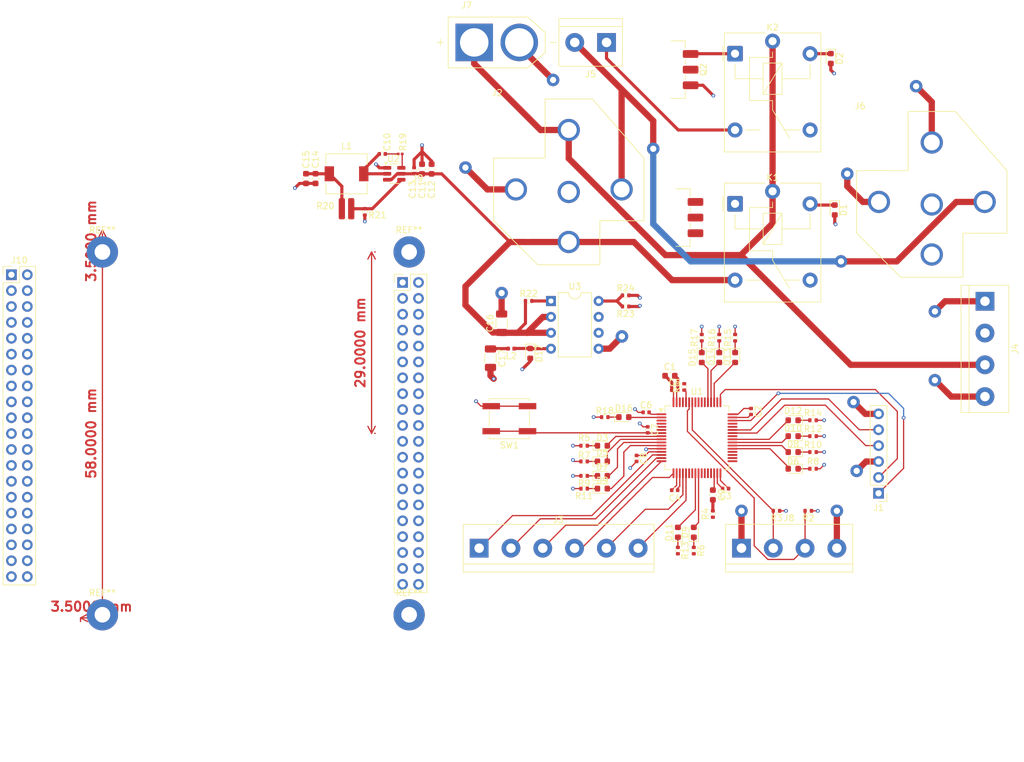
<source format=kicad_pcb>
(kicad_pcb (version 20221018) (generator pcbnew)
  (layers (0 "F.Cu" signal) (1 "In1.Cu" signal "B.GND") (2 "In2.Cu" signal "B.3V3") (31 "B.Cu" signal) (34 "B.Paste" user) (35 "F.Paste" user) (36 "B.SilkS" user "B.Silkscreen") (37 "F.SilkS" user "F.Silkscreen") (38 "B.Mask" user) (39 "F.Mask" user) (44 "Edge.Cuts" user))
  (net 0 "")
  (net 1 "+3V3")
  (net 2 "GND")
  (net 3 "Net-(U1-VBAT)")
  (net 4 "Net-(U1-NRST)")
  (net 5 "Net-(U1-VREF+)")
  (net 6 "+5V")
  (net 7 "Net-(U1-VCAP1)")
  (net 8 "Net-(C9-Pad2)")
  (net 9 "Net-(D3-K)")
  (net 10 "AA_Mute_LED")
  (net 11 "Net-(D4-K)")
  (net 12 "Pi_Ready_LED")
  (net 13 "Net-(D5-K)")
  (net 14 "AA_VolUp_LED")
  (net 15 "Net-(D6-K)")
  (net 16 "Aux_Power_LED")
  (net 17 "Net-(D7-K)")
  (net 18 "AA_VolDown_LED")
  (net 19 "Net-(D8-K)")
  (net 20 "Amp_Remote_3V3_LED")
  (net 21 "Net-(D9-K)")
  (net 22 "AA_TrackNext_LED")
  (net 23 "Net-(D10-K)")
  (net 24 "Car_Remote_3V3_LED")
  (net 25 "Net-(D11-K)")
  (net 26 "AA_TrackPrev_LED")
  (net 27 "Net-(D12-K)")
  (net 28 "Generic_LED_1")
  (net 29 "Net-(D13-K)")
  (net 30 "Generic_LED_2")
  (net 31 "SWDIO")
  (net 32 "SWCLK")
  (net 33 "USART_Debug_TX")
  (net 34 "USART_Debug_RX")
  (net 35 "Steering_Yellow")
  (net 36 "Steering_Green")
  (net 37 "Steering_Blue")
  (net 38 "Steering_Red")
  (net 39 "Steering_Black")
  (net 40 "Steering_Brown")
  (net 41 "+12V")
  (net 42 "Pi_3V3")
  (net 43 "DAC_I2C_SDA")
  (net 44 "DAC_I2C_SCL")
  (net 45 "Pi_Ready")
  (net 46 "AA_Mute")
  (net 47 "DAC_AUDIO_1")
  (net 48 "AA_VolUp")
  (net 49 "AA_TrackNext")
  (net 50 "AA_TrackPrev")
  (net 51 "AA_VolDown")
  (net 52 "DAC_AUDIO_2")
  (net 53 "DAC_AUDIO_3")
  (net 54 "DAC_AUDIO_4")
  (net 55 "Net-(C10-Pad1)")
  (net 56 "Net-(U2-SW)")
  (net 57 "Net-(D14-K)")
  (net 58 "Power_LED")
  (net 59 "Net-(D15-K)")
  (net 60 "AA_BrightnessUp_LED")
  (net 61 "Net-(D16-K)")
  (net 62 "AA_BrightnessDown_LED")
  (net 63 "Net-(D17-K)")
  (net 64 "Amp_Remote")
  (net 70 "Aux_Power")
  (net 72 "+12V_Switched")
  (net 73 "Amp_Remote_3V3")
  (net 75 "Net-(U3-Ilim)")
  (net 76 "Net-(U3-SENSE)")
  (net 82 "Car_Remote_3V3")
  (net 83 "AA_BrightnessUp")
  (net 84 "AA_BrightnessDown")
  (net 92 "Car_Remote")
  (net 94 "Net-(Q1-D)")
  (net 95 "Net-(Q2-D)")
  (net 96 "Net-(U1-BOOT0)")
  (net 97 "Net-(U2-BOOT)")
  (net 98 "Net-(U2-FB)")
  (net 112 "Net-(J8-Pin_2)")
  (net 113 "Net-(J8-Pin_3)")
  (footprint "Capacitor_SMD:C_0402_1005Metric" (layer "F.Cu") (at 150.114 90.932 -90)
    (fp_text reference "C7")
    (fp_text value "100nF")
  )
  (footprint "Capacitor_SMD:C_0603_1608Metric" (layer "F.Cu") (at 153.67 82.296)
    (fp_text reference "C1")
    (fp_text value "10uF")
  )
  (footprint "Diode_SMD:D_0603_1608Metric" (layer "F.Cu") (at 179.3695 31.57 -90)
    (fp_text reference "D2")
    (fp_text value "D_Schottky")
  )
  (footprint "LED_SMD:LED_0603_1608Metric" (layer "F.Cu") (at 164.084 79.375 -90)
    (fp_text reference "D13")
    (fp_text value "LED")
  )
  (footprint "LED_SMD:LED_0603_1608Metric" (layer "F.Cu") (at 173.355 94.488 180)
    (fp_text reference "D8")
    (fp_text value "LED")
  )
  (footprint "Resistor_SMD:R_0402_1005Metric" (layer "F.Cu") (at 176.53 94.488)
    (fp_text reference "R10")
    (fp_text value "2K2")
  )
  (footprint "Inductor_SMD:L_0402_1005Metric" (layer "F.Cu") (at 128.302 77.951 180)
    (fp_text reference "L2")
    (fp_text value "1uH")
  )
  (footprint "Capacitor_SMD:C_1206_3216Metric" (layer "F.Cu") (at 126.778 73.887 90)
    (fp_text reference "C16")
    (fp_text value "100uF")
  )
  (footprint "TerminalBlock:TerminalBlock_bornier-4_P5.08mm" (layer "F.Cu") (at 165.1 109.855)
    (fp_text reference "J8")
    (fp_text value "I2C_Interface")
  )
  (footprint "Resistor_SMD:R_0402_1005Metric" (layer "F.Cu") (at 155.956 84.074 90)
    (fp_text reference "R1")
    (fp_text value "10K")
  )
  (footprint "LED_SMD:LED_0603_1608Metric" (layer "F.Cu") (at 157.48 107.315 90)
    (fp_text reference "D4")
    (fp_text value "LED")
  )
  (footprint "Resistor_SMD:R_0402_1005Metric" (layer "F.Cu") (at 104.921 56.096 -90)
    (fp_text reference "R21")
    (fp_text value "10K")
  )
  (footprint "Capacitor_SMD:C_0402_1005Metric" (layer "F.Cu") (at 148.336 95.504 -90)
    (fp_text reference "C8")
    (fp_text value "1 uF")
  )
  (footprint "Capacitor_SMD:C_1206_3216Metric" (layer "F.Cu") (at 125 79.475 -90)
    (fp_text reference "C17")
    (fp_text value "100uF")
  )
  (footprint "xt60:AMASS_XT60-M" (layer "F.Cu") (at 126 29)
    (fp_text reference "J7")
    (fp_text value "XT60-M" hide)
  )
  (footprint "TerminalBlock:TerminalBlock_bornier-2_P5.08mm" (layer "F.Cu") (at 143.54 29 180)
    (fp_text reference "J5")
    (fp_text value "Remote")
  )
  (footprint "Package_TO_SOT_SMD:SOT-23-6" (layer "F.Cu") (at 109.62 50)
    (fp_text reference "U2")
    (fp_text value "TPS56339DDC")
  )
  (footprint "Capacitor_SMD:C_0603_1608Metric" (layer "F.Cu") (at 115.589 49.238 90)
    (fp_text reference "C12")
    (fp_text value "10uF")
  )
  (footprint "Resistor_SMD:R_0402_1005Metric" (layer "F.Cu") (at 143.256 88.9 180)
    (fp_text reference "R18")
    (fp_text value "2K2")
  )
  (footprint "LED_SMD:LED_0603_1608Metric" (layer "F.Cu") (at 146.304 88.9)
    (fp_text reference "D16")
    (fp_text value "LED")
  )
  (footprint "Package_DIP:DIP-8_W7.62mm" (layer "F.Cu") (at 134.662 70.341)
    (fp_text reference "U3")
    (fp_text value "ADP1108AN-3.3")
  )
  (footprint "Relay_THT:Relay_SPDT_Finder_36.11" (layer "F.Cu") (at 164.0675 54.8)
    (fp_text reference "K1")
    (fp_text value "Relay_Aux_Power")
  )
  (footprint "LED_SMD:LED_0603_1608Metric" (layer "F.Cu") (at 173.355 97.155 180)
    (fp_text reference "D6")
    (fp_text value "LED")
  )
  (footprint "MountingHole:MountingHole_2.5mm_Pad" (layer "F.Cu") (at 112 120.5)
    (fp_text reference "REF**")
    (fp_text value "MountingHole_2.5mm_Pad")
  )
  (footprint "Button_Switch_SMD:SW_SPDT_CK_JS102011SAQN" (layer "F.Cu") (at 154.2235 33.348 -90)
    (fp_text reference "Q2")
    (fp_text value "NMOS")
  )
  (footprint "Capacitor_SMD:C_0402_1005Metric" (layer "F.Cu") (at 149.86 88.138)
    (fp_text reference "C6")
    (fp_text value "100nF")
  )
  (footprint "Connector_PinHeader_2.54mm:PinHeader_1x06_P2.54mm_Vertical" (layer "F.Cu") (at 187 101.08 180)
    (fp_text reference "J1")
    (fp_text value "Debug_Port")
  )
  (footprint "Resistor_SMD:R_0402_1005Metric" (layer "F.Cu") (at 139.954 93.472 180)
    (fp_text reference "R5")
    (fp_text value "2K2")
  )
  (footprint "Resistor_SMD:R_0402_1005Metric" (layer "F.Cu") (at 164.084 76.2 90)
    (fp_text reference "R15")
    (fp_text value "2K2")
  )
  (footprint "Resistor_SMD:R_0612_1632Metric" (layer "F.Cu") (at 102 55.588)
    (fp_text reference "R20")
    (fp_text value "102K2")
  )
  (footprint "Capacitor_SMD:C_0603_1608Metric" (layer "F.Cu") (at 114.065 49.238 90)
    (fp_text reference "C11")
    (fp_text value "10uF")
  )
  (footprint "LED_SMD:LED_0603_1608Metric" (layer "F.Cu") (at 154.94 107.315 90)
    (fp_text reference "D11")
    (fp_text value "LED")
  )
  (footprint "Resistor_SMD:R_0402_1005Metric" (layer "F.Cu") (at 176.53 89.408)
    (fp_text reference "R14")
    (fp_text value "2K2")
  )
  (footprint "LED_SMD:LED_0603_1608Metric" (layer "F.Cu") (at 142.875 95.985)
    (fp_text reference "D5")
    (fp_text value "LED")
  )
  (footprint "Resistor_SMD:R_0402_1005Metric" (layer "F.Cu") (at 176.53 97.155)
    (fp_text reference "R8")
    (fp_text value "2K2")
  )
  (footprint "Inductor_SMD:L_6.3x6.3_H3" (layer "F.Cu") (at 102 50 180)
    (fp_text reference "L1")
    (fp_text value "5.6uH")
  )
  (footprint "Resistor_SMD:R_0402_1005Metric" (layer "F.Cu") (at 131.098 70.331)
    (fp_text reference "R22")
    (fp_text value "100R")
  )
  (footprint "TerminalBlock:TerminalBlock_bornier-4_P5.08mm" (layer "F.Cu") (at 204 70.38 -90)
    (fp_text reference "J4")
    (fp_text value "Power_Port")
  )
  (footprint "Capacitor_SMD:C_0603_1608Metric" (layer "F.Cu") (at 95.523 50.762 90)
    (fp_text reference "C15")
    (fp_text value "22uF")
  )
  (footprint "TerminalBlock:TerminalBlock_bornier-6_P5.08mm" (layer "F.Cu") (at 123.19 109.855)
    (fp_text reference "J3")
    (fp_text value "Steering_Wheel")
  )
  (footprint "Resistor_SMD:R_0402_1005Metric" (layer "F.Cu") (at 161.544 76.2 90)
    (fp_text reference "R16")
    (fp_text value "2K2")
  )
  (footprint "Package_QFP:LQFP-64_10x10mm_P0.5mm" (layer "F.Cu") (at 157.988 92.202)
    (fp_text reference "U1")
    (fp_text value "STM32F401RCTx")
  )
  (footprint "Diode_SMD:D_0603_1608Metric" (layer "F.Cu") (at 131.35 78.713 -90)
    (fp_text reference "D17")
    (fp_text value "D_Schottky")
  )
  (footprint "Diode_SMD:D_0603_1608Metric" (layer "F.Cu") (at 180 55.7875 -90)
    (fp_text reference "D1")
    (fp_text value "D_Schottky")
  )
  (footprint "Resistor_SMD:R_0402_1005Metric" (layer "F.Cu") (at 157.48 110.236 -90)
    (fp_text reference "R6")
    (fp_text value "2K2")
  )
  (footprint "LED_SMD:LED_0603_1608Metric" (layer "F.Cu") (at 173.355 89.408 180)
    (fp_text reference "D12")
    (fp_text value "LED")
  )
  (footprint "LED_SMD:LED_0603_1608Metric" (layer "F.Cu") (at 142.875 98.298)
    (fp_text reference "D7")
    (fp_text value "LED")
  )
  (footprint "Capacitor_SMD:C_0402_1005Metric" (layer "F.Cu") (at 162.56 100.33 180)
    (fp_text reference "C3")
    (fp_text value "100nF")
  )
  (footprint "LED_SMD:LED_0603_1608Metric" (layer "F.Cu") (at 161.544 79.375 -90)
    (fp_text reference "D14")
    (fp_text value "LED")
  )
  (footprint "Resistor_SMD:R_0402_1005Metric" (layer "F.Cu") (at 146.594 69.441)
    (fp_text reference "R24")
    (fp_text value "3K3")
  )
  (footprint "Resistor_SMD:R_0201_0603Metric" (layer "F.Cu") (at 110.575 46.825 180)
    (fp_text reference "R19")
    (fp_text value "30R")
  )
  (footprint "Capacitor_SMD:C_0603_1608Metric" (layer "F.Cu") (at 97.047 50.762 -90)
    (fp_text reference "C14")
    (fp_text value "22uF")
  )
  (footprint "Capacitor_SMD:C_0402_1005Metric" (layer "F.Cu") (at 107.715 46.825 180)
    (fp_text reference "C10")
    (fp_text value "100nF")
  )
  (footprint "Resistor_SMD:R_0402_1005Metric" (layer "F.Cu") (at 139.954 95.985 180)
    (fp_text reference "R7")
    (fp_text value "2K2")
  )
  (footprint "LED_SMD:LED_0603_1608Metric" (layer "F.Cu") (at 173.355 91.948 180)
    (fp_text reference "D10")
    (fp_text value "LED")
  )
  (footprint "Capacitor_SMD:C_0402_1005Metric" (layer "F.Cu") (at 154.432 100.584 180)
    (fp_text reference "C4")
    (fp_text value "100nF")
  )
  (footprint "LED_SMD:LED_0603_1608Metric" (layer "F.Cu") (at 158.75 79.375 -90)
    (fp_text reference "D15")
    (fp_text value "LED")
  )
  (footprint "LED_SMD:LED_0603_1608Metric" (layer "F.Cu") (at 142.875 93.472)
    (fp_text reference "D3")
    (fp_text value "LED")
  )
  (footprint "Connector_PinHeader_2.54mm:PinHeader_2x20_P2.54mm_Vertical" (layer "F.Cu") (at 110.96 67.375)
    (fp_text reference "J9")
    (fp_text value "Pi")
  )
  (footprint "Resistor_SMD:R_0402_1005Metric" (layer "F.Cu") (at 158.75 76.2 90)
    (fp_text reference "R17")
    (fp_text value "2K2")
  )
  (footprint "vcf4:TE_VCF4-1000" (layer "F.Cu") (at 137.5024 52.4976 90)
    (fp_text reference "J2")
    (fp_text value "Relay_Main_Power")
  )
  (footprint "Resistor_SMD:R_0402_1005Metric" (layer "F.Cu") (at 146.592 71.219 180)
    (fp_text reference "R23")
    (fp_text value "9K")
  )
  (footprint "vcf4:TE_VCF4-1000" (layer "F.Cu") (at 195.5024 54.4976 90)
    (fp_text reference "J6")
    (fp_text value "Relay_Ign_Detect")
  )
  (footprint "Capacitor_SMD:C_0603_1608Metric" (layer "F.Cu") (at 160.528 101.346 -90)
    (fp_text reference "C9")
    (fp_text value "5uF")
  )
  (footprint "Capacitor_SMD:C_0402_1005Metric" (layer "F.Cu") (at 154.432 84.582)
    (fp_text reference "C5")
    (fp_text value "100nF")
  )
  (footprint "Resistor_SMD:R_0402_1005Metric" (layer "F.Cu") (at 139.954 98.298 180)
    (fp_text reference "R9")
    (fp_text value "2K2")
  )
  (footprint "LED_SMD:LED_0603_1608Metric" (layer "F.Cu") (at 142.875 100.33)
    (fp_text reference "D9")
    (fp_text value "LED")
  )
  (footprint "MountingHole:MountingHole_2.5mm_Pad" (layer "F.Cu") (at 63 120.5)
    (fp_text reference "REF**")
    (fp_text value "MountingHole_2.5mm_Pad")
  )
  (footprint "Resistor_SMD:R_0402_1005Metric" (layer "F.Cu") (at 170.688 103.886 180)
    (fp_text reference "R3")
    (fp_text value "2K7")
  )
  (footprint "Connector_PinHeader_2.54mm:PinHeader_2x20_P2.54mm_Vertical" (layer "F.Cu") (at 48.46 66.14)
    (fp_text reference "J10")
    (fp_text value "DAC+")
  )
  (footprint "Capacitor_SMD:C_0402_1005Metric" (layer "F.Cu") (at 166.624 88 -90)
    (fp_text reference "C2")
    (fp_text value "100nF")
  )
  (footprint "Capacitor_SMD:C_0402_1005Metric" (layer "F.Cu") (at 112.795 49.492 90)
    (fp_text reference "C13")
    (fp_text value "100nF")
  )
  (footprint "Button_Switch_SMD:SW_SPDT_CK_JS102011SAQN" (layer "F.Cu") (at 155 57 -90)
    (fp_text reference "Q1" hide)
    (fp_text value "NMOS")
  )
  (footprint "MountingHole:MountingHole_2.5mm_Pad" (layer "F.Cu") (at 63 62.5)
    (fp_text reference "REF**")
    (fp_text value "MountingHole_2.5mm_Pad")
  )
  (footprint "MountingHole:MountingHole_2.5mm_Pad" (layer "F.Cu") (at 112 62.5)
    (fp_text reference "REF**")
    (fp_text value "MountingHole_2.5mm_Pad")
  )
  (footprint "Resistor_SMD:R_0402_1005Metric" (layer "F.Cu") (at 139.954 100.33 180)
    (fp_text reference "R11")
    (fp_text value "2K2")
  )
  (footprint "Resistor_SMD:R_0402_1005Metric" (layer "F.Cu") (at 154.94 110.236 -90)
    (fp_text reference "R13")
    (fp_text value "2K2")
  )
  (footprint "Resistor_SMD:R_0402_1005Metric" (layer "F.Cu") (at 176.53 91.948)
    (fp_text reference "R12")
    (fp_text value "2K2")
  )
  (footprint "Button_Switch_SMD:SW_Push_1P1T_NO_CK_KSC7xxJ" (layer "F.Cu") (at 128.016 89.154)
    (fp_text reference "SW1")
    (fp_text value "SW_RST")
  )
  (footprint "Resistor_SMD:R_0402_1005Metric" (layer "F.Cu") (at 175.768 103.886 180)
    (fp_text reference "R2")
    (fp_text value "2K7")
  )
  (footprint "Relay_THT:Relay_SPDT_Finder_36.11" (layer "F.Cu") (at 164.0675 30.8)
    (fp_text reference "K2")
    (fp_text value "Relay_Amplifier")
  )
  (footprint "Resistor_SMD:R_0402_1005Metric" (layer "F.Cu") (at 160.528 104.394 90)
    (fp_text reference "R4")
    (fp_text value "1R")
  )
  (dimension (type aligned) (layer "F.Cu") (pts (xy 63 120.5) (xy 59.5 120.5)) (height -0.499999) (gr_text "3,5000 mm" (at 61.25 119.199999) (layer "F.Cu") (effects (font (size 1.5 1.5) (thickness 0.3)))) (format (prefix "") (suffix "") (units 3) (units_format 1) (precision 4)) (style (thickness 0.2) (arrow_length 1.27) (text_position_mode 0) (extension_height 0.58642) (extension_offset 0.5) keep_text_aligned))
  (dimension (type aligned) (layer "F.Cu") (pts (xy 63 62.5) (xy 63 120.5)) (height 0) (gr_text "58,0000 mm" (at 61.2 91.5 90) (layer "F.Cu") (effects (font (size 1.5 1.5) (thickness 0.3)))) (format (prefix "") (suffix "") (units 3) (units_format 1) (precision 4)) (style (thickness 0.2) (arrow_length 1.27) (text_position_mode 0) (extension_height 0.58642) (extension_offset 0.5) keep_text_aligned))
  (dimension (type aligned) (layer "F.Cu") (pts (xy 63 62.5) (xy 63 59)) (height 0) (gr_text "3,5000 mm" (at 61.2 60.75 90) (layer "F.Cu") (effects (font (size 1.5 1.5) (thickness 0.3)))) (format (prefix "") (suffix "") (units 3) (units_format 1) (precision 4)) (style (thickness 0.2) (arrow_length 1.27) (text_position_mode 0) (extension_height 0.58642) (extension_offset 0.5) keep_text_aligned))
  (dimension (type aligned) (layer "F.Cu") (pts (xy 106 62.5) (xy 106 91.5)) (height 0) (gr_text "29,0000 mm" (at 104.2 77 90) (layer "F.Cu") (effects (font (size 1.5 1.5) (thickness 0.3)))) (format (prefix "") (suffix "") (units 3) (units_format 1) (precision 4)) (style (thickness 0.2) (arrow_length 1.27) (text_position_mode 0) (extension_height 0.58642) (extension_offset 0.5) keep_text_aligned))
  (segment (start 204 70.38) (end 197.62 70.38) (width 1) (layer "F.Cu") (net 1))
  (segment (start 185 96) (end 183.5 97.5) (width 1) (layer "F.Cu") (net 1))
  (segment (start 164.548 88.452) (end 163.663 88.452) (width 0.2) (layer "F.Cu") (net 1))
  (segment (start 155.238 99.948001) (end 155.238 97.877) (width 0.2) (layer "F.Cu") (net 1))
  (segment (start 195 38) (end 193 36) (width 1) (layer "F.Cu") (net 1))
  (segment (start 154.912 100.274001) (end 155.238 99.948001) (width 0.2) (layer "F.Cu") (net 1))
  (segment (start 153.952 83.34) (end 153.952 84.582) (width 0.5) (layer "F.Cu") (net 1))
  (segment (start 171.198 103.886) (end 172.212 103.886) (width 0.2) (layer "F.Cu") (net 1))
  (segment (start 166.624 87.52) (end 165.48 87.52) (width 0.2) (layer "F.Cu") (net 1))
  (segment (start 165.1 105.41) (end 165.1 103.886) (width 1) (layer "F.Cu") (net 1))
  (segment (start 161.738 99.028) (end 163.04 100.33) (width 0.2) (layer "F.Cu") (net 1))
  (segment (start 154.238 84.868) (end 153.952 84.582) (width 0.2) (layer "F.Cu") (net 1))
  (segment (start 152.908 82.296) (end 153.952 83.34) (width 0.5) (layer "F.Cu") (net 1))
  (segment (start 197 71) (end 196 72) (width 1) (layer "F.Cu") (net 1))
  (segment (start 195.5024 38.5024) (end 195 38) (width 1) (layer "F.Cu") (net 1))
  (segment (start 197.62 70.38) (end 197 71) (width 1) (layer "F.Cu") (net 1))
  (segment (start 187 96) (end 185 96) (width 1) (layer "F.Cu") (net 1))
  (segment (start 154.912 100.584) (end 154.912 100.274001) (width 0.2) (layer "F.Cu") (net 1))
  (segment (start 148.336 95.984) (end 148.336 96.012) (width 0.2) (layer "F.Cu") (net 1))
  (segment (start 161.738 97.877) (end 161.738 99.028) (width 0.2) (layer "F.Cu") (net 1))
  (segment (start 147.102 71.219) (end 148.75 71.219) (width 0.5) (layer "F.Cu") (net 1))
  (segment (start 125.049 77.951) (end 125 78) (width 0.5) (layer "F.Cu") (net 1))
  (segment (start 154.238 86.527) (end 154.238 84.868) (width 0.2) (layer "F.Cu") (net 1))
  (segment (start 152.895 82.296) (end 152.908 82.296) (width 0.5) (layer "F.Cu") (net 1))
  (segment (start 127.817 77.951) (end 125.049 77.951) (width 0.5) (layer "F.Cu") (net 1))
  (segment (start 165.1 109.855) (end 165.1 105.41) (width 1) (layer "F.Cu") (net 1))
  (segment (start 165.48 87.52) (end 164.548 88.452) (width 0.2) (layer "F.Cu") (net 1))
  (segment (start 176.278 103.886) (end 177.292 103.886) (width 0.2) (layer "F.Cu") (net 1))
  (segment (start 148.75 71.219) (end 148.876 71.093) (width 0.5) (layer "F.Cu") (net 1))
  (segment (start 148.336 96.012) (end 147.32 97.028) (width 0.2) (layer "F.Cu") (net 1))
  (segment (start 195.5024 44.998) (end 195.5024 38.5024) (width 1) (layer "F.Cu") (net 1))
  (via (at 172.212 103.886) (size 0.6) (drill 0.3) (layers "F.Cu" "B.Cu") (net 1))
  (via (at 147.32 97.028) (size 0.6) (drill 0.3) (layers "F.Cu" "B.Cu") (net 1))
  (via (at 196 72) (size 2) (drill 1) (layers "F.Cu" "B.Cu") (net 1))
  (via (at 165.1 103.886) (size 2) (drill 1) (layers "F.Cu" "B.Cu") (net 1))
  (via (at 183.5 97.5) (size 2) (drill 1) (layers "F.Cu" "B.Cu") (net 1))
  (via (at 177.292 103.886) (size 0.6) (drill 0.3) (layers "F.Cu" "B.Cu") (net 1))
  (via (at 148.876 71.093) (size 0.6) (drill 0.3) (layers "F.Cu" "B.Cu") (net 1))
  (via (at 193 36) (size 2) (drill 1) (layers "F.Cu" "B.Cu") (net 1))
  (segment (start 161.238 97.877) (end 161.238 99.488) (width 0.2) (layer "F.Cu") (net 2))
  (segment (start 150.114 90.452) (end 149.38 90.452) (width 0.2) (layer "F.Cu") (net 2))
  (segment (start 149.38 88.138) (end 148.59 88.138) (width 0.2) (layer "F.Cu") (net 2))
  (segment (start 178.308 96.52) (end 177.673 97.155) (width 0.2) (layer "F.Cu") (net 2))
  (segment (start 114.065 46.444) (end 114.065 45.428) (width 0.5) (layer "F.Cu") (net 2))
  (segment (start 180.34 105.41) (end 180.34 103.886) (width 1) (layer "F.Cu") (net 2))
  (segment (start 154.738 99.798) (end 153.952 100.584) (width 0.2) (layer "F.Cu") (net 2))
  (segment (start 180 57.9405) (end 180.133 58.0735) (width 0.5) (layer "F.Cu") (net 2))
  (segment (start 139.444 100.33) (end 138.176 100.33) (width 0.2) (layer "F.Cu") (net 2))
  (segment (start 156.9735 35.848) (end 158.942 35.848) (width 0.5) (layer "F.Cu") (net 2))
  (segment (start 187.0569 54.4976) (end 184.4976 54.4976) (width 1) (layer "F.Cu") (net 2))
  (segment (start 129.6 29) (end 129.6 29.6) (width 1) (layer "F.Cu") (net 2))
  (segment (start 166.152 88.952) (end 166.624 88.48) (width 0.2) (layer "F.Cu") (net 2))
  (segment (start 177.04 91.948) (end 178.308 91.948) (width 0.2) (layer "F.Cu") (net 2))
  (segment (start 187 88.38) (end 184.88 88.38) (width 1) (layer "F.Cu") (net 2))
  (segment (start 154.738 97.877) (end 154.738 99.798) (width 0.2) (layer "F.Cu") (net 2))
  (segment (start 138.403 95.985) (end 138.176 95.758) (width 0.2) (layer "F.Cu") (net 2))
  (segment (start 139.444 93.472) (end 138.176 93.472) (width 0.2) (layer "F.Cu") (net 2))
  (segment (start 149.96 93.952) (end 149.86 94.052) (width 0.2) (layer "F.Cu") (net 2))
  (segment (start 115.589 47.968) (end 114.065 46.444) (width 0.5) (layer "F.Cu") (net 2))
  (segment (start 182 52) (end 182 50) (width 1) (layer "F.Cu") (net 2))
  (segment (start 125.116 87.154) (end 123.476 87.154) (width 0.2) (layer "F.Cu") (net 2))
  (segment (start 129.0569 52.4976) (end 124.4976 52.4976) (width 1) (layer "F.Cu") (net 2))
  (segment (start 148.494 69.441) (end 148.876 69.823) (width 0.5) (layer "F.Cu") (net 2))
  (segment (start 177.04 89.408) (end 178.308 89.408) (width 0.2) (layer "F.Cu") (net 2))
  (segment (start 180.34 109.855) (end 180.34 105.41) (width 1) (layer "F.Cu") (net 2))
  (segment (start 142.282 77.961) (end 144.039 77.961) (width 1) (layer "F.Cu") (net 2))
  (segment (start 114.065 46.444) (end 114.065 48.463) (width 0.5) (layer "F.Cu") (net 2))
  (segment (start 198 85) (end 196 83) (width 1) (layer "F.Cu") (net 2))
  (segment (start 161.544 75.69) (end 161.544 74.422) (width 0.2) (layer "F.Cu") (net 2))
  (segment (start 123.476 87.154) (end 122.682 86.36) (width 0.2) (layer "F.Cu") (net 2))
  (segment (start 94.494 51.537) (end 95.523 51.537) (width 0.5) (layer "F.Cu") (net 2))
  (segment (start 125 82.269) (end 125.508 82.777) (width 1) (layer "F.Cu") (net 2))
  (segment (start 104.921 56.606) (end 104.921 57.62) (width 0.5) (layer "F.Cu") (net 2))
  (segment (start 145 77) (end 146 76) (width 1) (layer "F.Cu") (net 2))
  (segment (start 94.494 51.537) (end 93.745 52.286) (width 0.5) (layer "F.Cu") (net 2))
  (segment (start 130.916 87.154) (end 125.116 87.154) (width 0.2) (layer "F.Cu") (net 2))
  (segment (start 131.35 79.5005) (end 131.35 79.983) (width 0.5) (layer "F.Cu") (net 2))
  (segment (start 139.444 98.298) (end 138.176 98.298) (width 0.2) (layer "F.Cu") (net 2))
  (segment (start 179.3695 33.4155) (end 179.906 33.952) (width 0.5) (layer "F.Cu") (net 2))
  (segment (start 184.4976 54.4976) (end 182 52) (width 1) (layer "F.Cu") (net 2))
  (segment (start 115.589 48.463) (end 115.589 47.968) (width 0.5) (layer "F.Cu") (net 2))
  (segment (start 177.673 97.155) (end 177.04 97.155) (width 0.2) (layer "F.Cu") (net 2))
  (segment (start 132 32) (end 135 35) (width 1) (layer "F.Cu") (net 2))
  (segment (start 142.746 88.9) (end 141.478 88.9) (width 0.2) (layer "F.Cu") (net 2))
  (segment (start 114.065 46.444) (end 112.795 47.714) (width 0.5) (layer "F.Cu") (net 2))
  (segment (start 161.238 99.488) (end 162.08 100.33) (width 0.2) (layer "F.Cu") (net 2))
  (segment (start 107.273 49.05) (end 106.699 48.476) (width 0.5) (layer "F.Cu") (net 2))
  (segment (start 154.912 82.763) (end 154.912 84.582) (width 0.5) (layer "F.Cu") (net 2))
  (segment (start 125 80.95) (end 125 82.269) (width 1) (layer "F.Cu") (net 2))
  (segment (start 179.3695 32.3575) (end 179.3695 33.4155) (width 0.5) (layer "F.Cu") (net 2))
  (segment (start 158.942 35.848) (end 160.602 37.508) (width 0.5) (layer "F.Cu") (net 2))
  (segment (start 144.039 77.961) (end 145 77) (width 1) (layer "F.Cu") (net 2))
  (segment (start 204 85.62) (end 198.62 85.62) (width 1) (layer "F.Cu") (net 2))
  (segment (start 154.445 82.296) (end 154.912 82.763) (width 0.5) (layer "F.Cu") (net 2))
  (segment (start 112.795 47.714) (end 112.795 49.012) (width 0.5) (layer "F.Cu") (net 2))
  (segment (start 131.35 79.983) (end 130.08 81.253) (width 0.5) (layer "F.Cu") (net 2))
  (segment (start 154.738 86.527) (end 154.738 84.756) (width 0.2) (layer "F.Cu") (net 2))
  (segment (start 163.663 88.952) (end 166.152 88.952) (width 0.2) (layer "F.Cu") (net 2))
  (segment (start 148.59 88.138) (end 148.082 87.63) (width 0.2) (layer "F.Cu") (net 2))
  (segment (start 152.313 93.952) (end 149.96 93.952) (width 0.2) (layer "F.Cu") (net 2))
  (segment (start 177.04 94.488) (end 178.308 94.488) (width 0.2) (layer "F.Cu") (net 2))
  (segment (start 126.778 72.412) (end 126.778 69.061) (width 1) (layer "F.Cu") (net 2))
  (segment (start 124.4976 52.4976) (end 123 51) (width 1) (layer "F.Cu") (net 2))
  (segment (start 123 51) (end 121 49) (width 1) (layer "F.Cu") (net 2))
  (segment (start 198.62 85.62) (end 198 85) (width 1) (layer "F.Cu") (net 2))
  (segment (start 154.738 84.756) (end 154.912 84.582) (width 0.2) (layer "F.Cu") (net 2))
  (segment (start 95.523 51.537) (end 97.047 51.537) (width 0.5) (layer "F.Cu") (net 2))
  (segment (start 184.5 88) (end 183 86.5) (width 1) (layer "F.Cu") (net 2))
  (segment (start 158.75 75.69) (end 158.75 74.422) (width 0.2) (layer "F.Cu") (net 2))
  (segment (start 129.6 29.6) (end 132 32) (width 1) (layer "F.Cu") (net 2))
  (segment (start 149.38 90.452) (end 148.844 89.916) (width 0.2) (layer "F.Cu") (net 2))
  (segment (start 139.444 95.985) (end 138.403 95.985) (width 0.2) (layer "F.Cu") (net 2))
  (segment (start 108.4825 49.05) (end 107.273 49.05) (width 0.5) (layer "F.Cu") (net 2))
  (segment (start 184.88 88.38) (end 184.5 88) (width 1) (layer "F.Cu") (net 2))
  (segment (start 164.084 75.69) (end 164.084 74.422) (width 0.2) (layer "F.Cu") (net 2))
  (segment (start 180 56.575) (end 180 57.9405) (width 0.5) (layer "F.Cu") (net 2))
  (segment (start 147.104 69.441) (end 148.494 69.441) (width 0.5) (layer "F.Cu") (net 2))
  (via (at 93.745 52.286) (size 0.6) (drill 0.3) (layers "F.Cu" "B.Cu") (net 2))
  (via (at 183 86.5) (size 2) (drill 1) (layers "F.Cu" "B.Cu") (net 2))
  (via (at 148.876 69.823) (size 0.6) (drill 0.3) (layers "F.Cu" "B.Cu") (net 2))
  (via (at 178.308 96.52) (size 0.6) (drill 0.3) (layers "F.Cu" "B.Cu") (net 2))
  (via (at 178.308 94.488) (size 0.6) (drill 0.3) (layers "F.Cu" "B.Cu") (net 2))
  (via (at 130.08 81.253) (size 0.6) (drill 0.3) (layers "F.Cu" "B.Cu") (net 2))
  (via (at 138.176 100.33) (size 0.6) (drill 0.3) (layers "F.Cu" "B.Cu") (net 2))
  (via (at 121 49) (size 2) (drill 1) (layers "F.Cu" "B.Cu") (net 2))
  (via (at 164.084 74.422) (size 0.6) (drill 0.3) (layers "F.Cu" "B.Cu") (net 2))
  (via (at 158.75 74.422) (size 0.6) (drill 0.3) (layers "F.Cu" "B.Cu") (net 2))
  (via (at 135 35) (size 2) (drill 1) (layers "F.Cu" "B.Cu") (net 2))
  (via (at 178.308 89.408) (size 0.6) (drill 0.3) (layers "F.Cu" "B.Cu") (net 2))
  (via (at 126.778 69.061) (size 2) (drill 1) (layers "F.Cu" "B.Cu") (net 2))
  (via (at 138.176 95.758) (size 0.6) (drill 0.3) (layers "F.Cu" "B.Cu") (net 2))
  (via (at 141.478 88.9) (size 0.6) (drill 0.3) (layers "F.Cu" "B.Cu") (net 2))
  (via (at 122.682 86.36) (size 0.6) (drill 0.3) (layers "F.Cu" "B.Cu") (net 2))
  (via (at 149.86 94.052) (size 0.6) (drill 0.3) (layers "F.Cu" "B.Cu") (net 2))
  (via (at 180.133 58.0735) (size 0.6) (drill 0.3) (layers "F.Cu" "B.Cu") (net 2))
  (via (at 179.906 33.952) (size 0.6) (drill 0.3) (layers "F.Cu" "B.Cu") (net 2))
  (via (at 125.508 82.777) (size 0.6) (drill 0.3) (layers "F.Cu" "B.Cu") (net 2))
  (via (at 148.844 89.916) (size 0.6) (drill 0.3) (layers "F.Cu" "B.Cu") (net 2))
  (via (at 196 83) (size 2) (drill 1) (layers "F.Cu" "B.Cu") (net 2))
  (via (at 148.082 87.63) (size 0.6) (drill 0.3) (layers "F.Cu" "B.Cu") (net 2))
  (via (at 178.308 91.948) (size 0.6) (drill 0.3) (layers "F.Cu" "B.Cu") (net 2))
  (via (at 138.176 93.472) (size 0.6) (drill 0.3) (layers "F.Cu" "B.Cu") (net 2))
  (via (at 106.699 48.476) (size 0.6) (drill 0.3) (layers "F.Cu" "B.Cu") (net 2))
  (via (at 182 50) (size 2) (drill 1) (layers "F.Cu" "B.Cu") (net 2))
  (via (at 138.176 98.298) (size 0.6) (drill 0.3) (layers "F.Cu" "B.Cu") (net 2))
  (via (at 180.34 103.886) (size 2) (drill 1) (layers "F.Cu" "B.Cu") (net 2))
  (via (at 160.602 37.508) (size 0.6) (drill 0.3) (layers "F.Cu" "B.Cu") (net 2))
  (via (at 114.065 45.428) (size 0.6) (drill 0.3) (layers "F.Cu" "B.Cu") (net 2))
  (via (at 161.544 74.422) (size 0.6) (drill 0.3) (layers "F.Cu" "B.Cu") (net 2))
  (via (at 146 76) (size 2) (drill 1) (layers "F.Cu" "B.Cu") (net 2))
  (via (at 104.921 57.62) (size 0.6) (drill 0.3) (layers "F.Cu" "B.Cu") (net 2))
  (segment (start 150.654 88.452) (end 150.34 88.138) (width 0.2) (layer "F.Cu") (net 3))
  (segment (start 152.313 88.452) (end 150.654 88.452) (width 0.2) (layer "F.Cu") (net 3))
  (segment (start 150.154 91.452) (end 150.114 91.412) (width 0.2) (layer "F.Cu") (net 4))
  (segment (start 150.114 91.412) (end 131.174 91.412) (width 0.2) (layer "F.Cu") (net 4))
  (segment (start 152.313 91.452) (end 150.154 91.452) (width 0.2) (layer "F.Cu") (net 4))
  (segment (start 130.916 91.154) (end 125.116 91.154) (width 0.2) (layer "F.Cu") (net 4))
  (segment (start 131.174 91.412) (end 130.916 91.154) (width 0.2) (layer "F.Cu") (net 4))
  (segment (start 149.736529 95.024) (end 148.336 95.024) (width 0.2) (layer "F.Cu") (net 5))
  (segment (start 152.313 94.452) (end 150.308529 94.452) (width 0.2) (layer "F.Cu") (net 5))
  (segment (start 150.308529 94.452) (end 149.736529 95.024) (width 0.2) (layer "F.Cu") (net 5))
  (segment (start 101.25 55.588) (end 101.25 52) (width 0.5) (layer "F.Cu") (net 6))
  (segment (start 99.25 50) (end 97.06 50) (width 0.5) (layer "F.Cu") (net 6))
  (segment (start 180 55) (end 176.2675 55) (width 0.5) (layer "F.Cu") (net 6))
  (segment (start 101.25 52) (end 99.25 50) (width 0.5) (layer "F.Cu") (net 6))
  (segment (start 99.237 49.987) (end 99.25 50) (width 0.5) (layer "F.Cu") (net 6))
  (segment (start 176.0675 30.8) (end 179.352 30.8) (width 0.5) (layer "F.Cu") (net 6))
  (segment (start 97.073 50.013) (end 97.047 49.987) (width 0.5) (layer "F.Cu") (net 6))
  (segment (start 176.2675 55) (end 176.0675 54.8) (width 0.5) (layer "F.Cu") (net 6))
  (segment (start 179.352 30.8) (end 179.3695 30.7825) (width 0.5) (layer "F.Cu") (net 6))
  (segment (start 97.047 49.987) (end 95.523 49.987) (width 0.5) (layer "F.Cu") (net 6))
  (segment (start 97.06 50) (end 97.047 49.987) (width 0.5) (layer "F.Cu") (net 6))
  (segment (start 179.8245 55.1755) (end 180 55) (width 0.5) (layer "F.Cu") (net 6))
  (segment (start 160.738 100.361) (end 160.528 100.571) (width 0.2) (layer "F.Cu") (net 7))
  (segment (start 160.738 97.877) (end 160.738 100.361) (width 0.2) (layer "F.Cu") (net 7))
  (segment (start 160.528 102.121) (end 160.528 103.884) (width 0.5) (layer "F.Cu") (net 8))
  (segment (start 140.464 93.472) (end 142.0875 93.472) (width 0.2) (layer "F.Cu") (net 9))
  (segment (start 143.6625 93.472) (end 143.6625 93.345) (width 0.2) (layer "F.Cu") (net 10))
  (segment (start 152.313 91.952) (end 152.273 91.992) (width 0.2) (layer "F.Cu") (net 10))
  (segment (start 143.6625 93.345) (end 145.0155 91.992) (width 0.2) (layer "F.Cu") (net 10))
  (segment (start 152.273 91.992) (end 145.0155 91.992) (width 0.2) (layer "F.Cu") (net 10))
  (segment (start 157.48 108.1025) (end 157.48 109.726) (width 0.2) (layer "F.Cu") (net 11))
  (segment (start 158.238 105.7695) (end 157.48 106.5275) (width 0.2) (layer "F.Cu") (net 12))
  (segment (start 158.238 97.877) (end 158.238 105.7695) (width 0.2) (layer "F.Cu") (net 12))
  (segment (start 140.464 95.985) (end 142.0875 95.985) (width 0.2) (layer "F.Cu") (net 13))
  (segment (start 143.6625 95.985) (end 143.6625 94.559686) (width 0.2) (layer "F.Cu") (net 14))
  (segment (start 152.313 92.452) (end 145.770186 92.452) (width 0.2) (layer "F.Cu") (net 14))
  (segment (start 145.770186 92.452) (end 143.6625 94.559686) (width 0.2) (layer "F.Cu") (net 14))
  (segment (start 174.1425 97.155) (end 176.02 97.155) (width 0.2) (layer "F.Cu") (net 15))
  (segment (start 163.663 93.952) (end 169.644 93.952) (width 0.2) (layer "F.Cu") (net 16))
  (segment (start 169.644 93.952) (end 172.5675 96.8755) (width 0.2) (layer "F.Cu") (net 16))
  (segment (start 172.5675 96.8755) (end 172.5675 97.155) (width 0.2) (layer "F.Cu") (net 16))
  (segment (start 140.464 98.298) (end 142.0875 98.298) (width 0.2) (layer "F.Cu") (net 17))
  (segment (start 152.313 92.952) (end 146.316 92.952) (width 0.2) (layer "F.Cu") (net 18))
  (segment (start 143.6625 98.298) (end 143.8895 98.298) (width 0.2) (layer "F.Cu") (net 18))
  (segment (start 146.316 92.952) (end 145.288 93.98) (width 0.2) (layer "F.Cu") (net 18))
  (segment (start 143.8895 98.298) (end 145.288 96.8995) (width 0.2) (layer "F.Cu") (net 18))
  (segment (start 145.288 93.98) (end 145.288 96.8995) (width 0.2) (layer "F.Cu") (net 18))
  (segment (start 176.02 94.488) (end 174.1425 94.488) (width 0.2) (layer "F.Cu") (net 19))
  (segment (start 163.663 93.452) (end 171.5315 93.452) (width 0.2) (layer "F.Cu") (net 20))
  (segment (start 171.5315 93.452) (end 172.5675 94.488) (width 0.2) (layer "F.Cu") (net 20))
  (segment (start 142.0875 100.33) (end 140.464 100.33) (width 0.2) (layer "F.Cu") (net 21))
  (segment (start 144.2975 100.33) (end 143.6625 100.33) (width 0.2) (layer "F.Cu") (net 22))
  (segment (start 146.304 94.488) (end 146.304 98.3235) (width 0.2) (layer "F.Cu") (net 22))
  (segment (start 147.34 93.452) (end 146.304 94.488) (width 0.2) (layer "F.Cu") (net 22))
  (segment (start 152.313 93.452) (end 147.34 93.452) (width 0.2) (layer "F.Cu") (net 22))
  (segment (start 146.304 98.3235) (end 144.2975 100.33) (width 0.2) (layer "F.Cu") (net 22))
  (segment (start 176.02 91.948) (end 174.1425 91.948) (width 0.2) (layer "F.Cu") (net 23))
  (segment (start 171.5635 92.952) (end 172.5675 91.948) (width 0.2) (layer "F.Cu") (net 24))
  (segment (start 163.663 92.952) (end 171.5635 92.952) (width 0.2) (layer "F.Cu") (net 24))
  (segment (start 154.94 108.1025) (end 154.94 109.726) (width 0.2) (layer "F.Cu") (net 25))
  (segment (start 154.94 106.5275) (end 157.738 103.7295) (width 0.2) (layer "F.Cu") (net 26))
  (segment (start 157.738 103.7295) (end 157.738 97.877) (width 0.2) (layer "F.Cu") (net 26))
  (segment (start 174.1425 89.408) (end 176.02 89.408) (width 0.2) (layer "F.Cu") (net 27))
  (segment (start 169.5235 92.452) (end 172.5675 89.408) (width 0.2) (layer "F.Cu") (net 28))
  (segment (start 163.663 92.452) (end 169.5235 92.452) (width 0.2) (layer "F.Cu") (net 28))
  (segment (start 164.084 76.71) (end 164.084 78.5875) (width 0.2) (layer "F.Cu") (net 29))
  (segment (start 160.738 86.527) (end 160.738 83.5085) (width 0.2) (layer "F.Cu") (net 30))
  (segment (start 160.738 83.5085) (end 164.084 80.1625) (width 0.2) (layer "F.Cu") (net 30))
  (segment (start 166.588134 89.452) (end 170.940134 85.1) (width 0.2) (layer "F.Cu") (net 31))
  (segment (start 191 89) (end 191 97.08) (width 0.2) (layer "F.Cu") (net 31))
  (segment (start 170.940134 85.1) (end 171 85.1) (width 0.2) (layer "F.Cu") (net 31))
  (segment (start 191 97.08) (end 187 101.08) (width 0.2) (layer "F.Cu") (net 31))
  (segment (start 163.663 89.452) (end 166.588134 89.452) (width 0.2) (layer "F.Cu") (net 31))
  (via (at 191 89) (size 0.6) (drill 0.3) (layers "F.Cu" "B.Cu") (net 31))
  (via (at 171 85.1) (size 0.6) (drill 0.3) (layers "F.Cu" "B.Cu") (net 31))
  (segment (start 188.6 85.1) (end 189 85.5) (width 0.2) (layer "B.Cu") (net 31))
  (segment (start 189 85.5) (end 191 87.5) (width 0.2) (layer "B.Cu") (net 31))
  (segment (start 171 85.1) (end 188.6 85.1) (width 0.2) (layer "B.Cu") (net 31))
  (segment (start 191 87.5) (end 191 89) (width 0.2) (layer "B.Cu") (net 31))
  (segment (start 161.738 86.527) (end 161.738 85.262) (width 0.2) (layer "F.Cu") (net 32))
  (segment (start 161.738 85.262) (end 162.5 84.5) (width 0.2) (layer "F.Cu") (net 32))
  (segment (start 186.5 84.5) (end 190 88) (width 0.2) (layer "F.Cu") (net 32))
  (segment (start 190 95.54) (end 187 98.54) (width 0.2) (layer "F.Cu") (net 32))
  (segment (start 190 88) (end 190 95.54) (width 0.2) (layer "F.Cu") (net 32))
  (segment (start 162.5 84.5) (end 186.5 84.5) (width 0.2) (layer "F.Cu") (net 32))
  (segment (start 167.548 91.452) (end 172 87) (width 0.2) (layer "F.Cu") (net 33))
  (segment (start 184.96 93.46) (end 187 93.46) (width 0.2) (layer "F.Cu") (net 33))
  (segment (start 178.5 87) (end 184.96 93.46) (width 0.2) (layer "F.Cu") (net 33))
  (segment (start 172 87) (end 178.5 87) (width 0.2) (layer "F.Cu") (net 33))
  (segment (start 163.663 91.452) (end 167.548 91.452) (width 0.2) (layer "F.Cu") (net 33))
  (segment (start 187 90.92) (end 183.92 90.92) (width 0.2) (layer "F.Cu") (net 34))
  (segment (start 171.5 86) (end 166.548 90.952) (width 0.2) (layer "F.Cu") (net 34))
  (segment (start 179 86) (end 171.5 86) (width 0.2) (layer "F.Cu") (net 34))
  (segment (start 183.92 90.92) (end 179 86) (width 0.2) (layer "F.Cu") (net 34))
  (segment (start 166.548 90.952) (end 163.663 90.952) (width 0.2) (layer "F.Cu") (net 34))
  (segment (start 150.890186 94.952) (end 141.194186 104.648) (width 0.2) (layer "F.Cu") (net 35))
  (segment (start 152.313 94.952) (end 150.890186 94.952) (width 0.2) (layer "F.Cu") (net 35))
  (segment (start 128.524 104.648) (end 123.317 109.855) (width 0.2) (layer "F.Cu") (net 35))
  (segment (start 123.317 109.855) (end 123.19 109.855) (width 0.2) (layer "F.Cu") (net 35))
  (segment (start 141.194186 104.648) (end 128.524 104.648) (width 0.2) (layer "F.Cu") (net 35))
  (segment (start 151.50559 95.452) (end 141.80159 105.156) (width 0.2) (layer "F.Cu") (net 36))
  (segment (start 152.313 95.452) (end 151.50559 95.452) (width 0.2) (layer "F.Cu") (net 36))
  (segment (start 132.969 105.156) (end 128.27 109.855) (width 0.2) (layer "F.Cu") (net 36))
  (segment (start 141.80159 105.156) (end 132.969 105.156) (width 0.2) (layer "F.Cu") (net 36))
  (segment (start 152.313 95.952) (end 142.093 106.172) (width 0.2) (layer "F.Cu") (net 37))
  (segment (start 137.033 106.172) (end 133.35 109.855) (width 0.2) (layer "F.Cu") (net 37))
  (segment (start 142.093 106.172) (end 137.033 106.172) (width 0.2) (layer "F.Cu") (net 37))
  (segment (start 154.238 97.877) (end 153.563 98.552) (width 0.2) (layer "F.Cu") (net 38))
  (segment (start 139.573 109.855) (end 138.43 109.855) (width 0.2) (layer "F.Cu") (net 38))
  (segment (start 150.876 98.552) (end 139.573 109.855) (width 0.2) (layer "F.Cu") (net 38))
  (segment (start 153.563 98.552) (end 150.876 98.552) (width 0.2) (layer "F.Cu") (net 38))
  (segment (start 155.738 97.877) (end 155.738 101.31) (width 0.2) (layer "F.Cu") (net 39))
  (segment (start 155.738 101.31) (end 153.416 103.632) (width 0.2) (layer "F.Cu") (net 39))
  (segment (start 149.733 103.632) (end 143.51 109.855) (width 0.2) (layer "F.Cu") (net 39))
  (segment (start 153.416 103.632) (end 149.733 103.632) (width 0.2) (layer "F.Cu") (net 39))
  (segment (start 148.59 109.855) (end 156.238 102.207) (width 0.2) (layer "F.Cu") (net 40))
  (segment (start 156.238 102.207) (end 156.238 97.877) (width 0.2) (layer "F.Cu") (net 40))
  (segment (start 137.5024 47.556522) (end 152.945878 63) (width 1) (layer "F.Cu") (net 41))
  (segment (start 152.945878 63) (end 165 63) (width 1) (layer "F.Cu") (net 41))
  (segment (start 122.4 29) (end 122.4 32.4) (width 1) (layer "F.Cu") (net 41))
  (segment (start 132.998 42.998) (end 137.5024 42.998) (width 1) (layer "F.Cu") (net 41))
  (segment (start 137.5024 42.998) (end 137.5024 47.556522) (width 1) (layer "F.Cu") (net 41))
  (segment (start 170.0675 57.9325) (end 170.0675 52.8) (width 1) (layer "F.Cu") (net 41))
  (segment (start 170.0675 52.8) (end 170.0675 28.8) (width 1) (layer "F.Cu") (net 41))
  (segment (start 122.4 32.4) (end 132.998 42.998) (width 1) (layer "F.Cu") (net 41))
  (segment (start 165 63) (end 170.0675 57.9325) (width 1) (layer "F.Cu") (net 41))
  (segment (start 182.54 80.54) (end 204 80.54) (width 1) (layer "F.Cu") (net 41))
  (segment (start 165 63) (end 182.54 80.54) (width 1) (layer "F.Cu") (net 41))
  (segment (start 110.255 46.825) (end 108.195 46.825) (width 0.2) (layer "F.Cu") (net 55))
  (segment (start 104.75 50) (end 104.75 49.31) (width 0.5) (layer "F.Cu") (net 56))
  (segment (start 104.75 50) (end 108.4825 50) (width 0.5) (layer "F.Cu") (net 56))
  (segment (start 104.75 49.31) (end 107.235 46.825) (width 0.5) (layer "F.Cu") (net 56))
  (segment (start 161.544 76.71) (end 161.544 78.5875) (width 0.2) (layer "F.Cu") (net 57))
  (segment (start 160.238 86.527) (end 160.238 81.4685) (width 0.2) (layer "F.Cu") (net 58))
  (segment (start 160.238 81.4685) (end 161.544 80.1625) (width 0.2) (layer "F.Cu") (net 58))
  (segment (start 158.75 76.71) (end 158.75 78.5875) (width 0.2) (layer "F.Cu") (net 59))
  (segment (start 159.738 81.1505) (end 158.75 80.1625) (width 0.2) (layer "F.Cu") (net 60))
  (segment (start 159.738 86.527) (end 159.738 81.1505) (width 0.2) (layer "F.Cu") (net 60))
  (segment (start 145.5165 88.9) (end 143.766 88.9) (width 0.2) (layer "F.Cu") (net 61))
  (segment (start 152.313 88.952) (end 147.1435 88.952) (width 0.2) (layer "F.Cu") (net 62))
  (segment (start 147.1435 88.952) (end 147.0915 88.9) (width 0.2) (layer "F.Cu") (net 62))
  (segment (start 128.8125 77.9255) (end 128.787 77.951) (width 0.5) (layer "F.Cu") (net 63))
  (segment (start 134.662 77.961) (end 131.3855 77.961) (width 0.5) (layer "F.Cu") (net 63))
  (segment (start 131.35 77.9255) (end 128.8125 77.9255) (width 0.5) (layer "F.Cu") (net 63))
  (segment (start 131.3855 77.961) (end 131.35 77.9255) (width 0.5) (layer "F.Cu") (net 63))
  (segment (start 143.54 31.54) (end 143.54 29) (width 0.5) (layer "F.Cu") (net 64))
  (segment (start 164.0675 43) (end 155 43) (width 0.5) (layer "F.Cu") (net 64))
  (segment (start 155 43) (end 143.54 31.54) (width 0.5) (layer "F.Cu") (net 64))
  (segment (start 117.203 50.013) (end 128.095 60.905) (width 0.5) (layer "F.Cu") (net 72))
  (segment (start 126.837 75.421) (end 126.778 75.362) (width 1) (layer "F.Cu") (net 72))
  (segment (start 129.064 75.421) (end 130.588 73.897) (width 0.5) (layer "F.Cu") (net 72))
  (segment (start 130.842 75.421) (end 129.064 75.421) (width 1) (layer "F.Cu") (net 72))
  (segment (start 130.588 73.897) (end 130.588 70.331) (width 0.5) (layer "F.Cu") (net 72))
  (segment (start 112.795 49.972) (end 114.024 49.972) (width 0.5) (layer "F.Cu") (net 72))
  (segment (start 108.4825 50.95) (end 109.144999 50.95) (width 0.5) (layer "F.Cu") (net 72))
  (segment (start 154 67) (end 147.905 60.905) (width 1) (layer "F.Cu") (net 72))
  (segment (start 112.767 50) (end 112.795 49.972) (width 0.5) (layer "F.Cu") (net 72))
  (segment (start 129.064 75.421) (end 126.837 75.421) (width 1) (layer "F.Cu") (net 72))
  (segment (start 134.662 75.421) (end 130.842 75.421) (width 1) (layer "F.Cu") (net 72))
  (segment (start 110.094999 50) (end 110.7575 50) (width 0.5) (layer "F.Cu") (net 72))
  (segment (start 137.5974 61) (end 137.5024 60.905) (width 1) (layer "F.Cu") (net 72))
  (segment (start 109.144999 50.95) (end 110.094999 50) (width 0.5) (layer "F.Cu") (net 72))
  (segment (start 137.5024 60.905) (end 128.095 60.905) (width 1) (layer "F.Cu") (net 72))
  (segment (start 110.7575 50) (end 112.767 50) (width 0.5) (layer "F.Cu") (net 72))
  (segment (start 128.095 60.905) (end 121 68) (width 1) (layer "F.Cu") (net 72))
  (segment (start 114.024 49.972) (end 114.065 50.013) (width 0.5) (layer "F.Cu") (net 72))
  (segment (start 164.0675 67) (end 154 67) (width 1) (layer "F.Cu") (net 72))
  (segment (start 114.065 50.013) (end 115.589 50.013) (width 0.5) (layer "F.Cu") (net 72))
  (segment (start 133.382 72.881) (end 134.662 72.881) (width 1) (layer "F.Cu") (net 72))
  (segment (start 115.589 50.013) (end 117.203 50.013) (width 0.5) (layer "F.Cu") (net 72))
  (segment (start 121 71) (end 125.362 75.362) (width 1) (layer "F.Cu") (net 72))
  (segment (start 121 68) (end 121 71) (width 1) (layer "F.Cu") (net 72))
  (segment (start 125.362 75.362) (end 126.778 75.362) (width 1) (layer "F.Cu") (net 72))
  (segment (start 147.905 60.905) (end 137.5024 60.905) (width 1) (layer "F.Cu") (net 72))
  (segment (start 130.842 75.421) (end 133.382 72.881) (width 1) (layer "F.Cu") (net 72))
  (segment (start 131.608 70.331) (end 134.652 70.331) (width 0.5) (layer "F.Cu") (net 75))
  (segment (start 134.652 70.331) (end 134.662 70.341) (width 0.5) (layer "F.Cu") (net 75))
  (segment (start 145.184 70.341) (end 146.084 69.441) (width 0.5) (layer "F.Cu") (net 76))
  (segment (start 145.184 70.341) (end 145.204 70.341) (width 0.5) (layer "F.Cu") (net 76))
  (segment (start 145.204 70.341) (end 146.082 71.219) (width 0.5) (layer "F.Cu") (net 76))
  (segment (start 142.282 70.341) (end 145.184 70.341) (width 0.5) (layer "F.Cu") (net 76))
  (segment (start 156.738 97.877) (end 156.788 97.877) (width 0.2) (layer "F.Cu") (net 82))
  (segment (start 156.788 97.877) (end 156.788 98) (width 0.2) (layer "F.Cu") (net 82))
  (segment (start 138.46 29) (end 145.9479 36.4879) (width 1) (layer "F.Cu") (net 92))
  (segment (start 151 41.54) (end 145.9479 36.4879) (width 1) (layer "F.Cu") (net 92))
  (segment (start 203.9479 54.4976) (end 199.413222 54.4976) (width 1) (layer "F.Cu") (net 92))
  (segment (start 151 46) (end 151 41.54) (width 1) (layer "F.Cu") (net 92))
  (segment (start 182 64) (end 181 64) (width 1) (layer "F.Cu") (net 92))
  (segment (start 199.413222 54.4976) (end 189.910822 64) (width 1) (layer "F.Cu") (net 92))
  (segment (start 145.9479 36.4879) (end 145.9479 52.4976) (width 1) (layer "F.Cu") (net 92))
  (segment (start 189.910822 64) (end 182 64) (width 1) (layer "F.Cu") (net 92))
  (via (at 181 64) (size 2) (drill 1) (layers "F.Cu" "B.Cu") (net 92))
  (via (at 151 46) (size 2) (drill 1) (layers "F.Cu" "B.Cu") (net 92))
  (segment (start 151 58.026346) (end 151 46) (width 1) (layer "B.Cu") (net 92))
  (segment (start 181 64) (end 156.973654 64) (width 1) (layer "B.Cu") (net 92))
  (segment (start 156.973654 64) (end 151 58.026346) (width 1) (layer "B.Cu") (net 92))
  (segment (start 157.0215 30.8) (end 156.9735 30.848) (width 0.5) (layer "F.Cu") (net 95))
  (segment (start 164.0675 30.8) (end 157.0215 30.8) (width 0.5) (layer "F.Cu") (net 95))
  (segment (start 156.238 86.527) (end 156.238 84.866) (width 0.2) (layer "F.Cu") (net 96))
  (segment (start 156.238 84.866) (end 155.956 84.584) (width 0.2) (layer "F.Cu") (net 96))
  (segment (start 110.895 48.9125) (end 110.895 46.825) (width 0.2) (layer "F.Cu") (net 97))
  (segment (start 110.7575 49.05) (end 110.895 48.9125) (width 0.2) (layer "F.Cu") (net 97))
  (segment (start 103.002 55.84) (end 102.75 55.588) (width 0.5) (layer "F.Cu") (net 98))
  (segment (start 102.752 55.586) (end 102.75 55.588) (width 0.5) (layer "F.Cu") (net 98))
  (segment (start 104.921 55.586) (end 106.1215 55.586) (width 0.5) (layer "F.Cu") (net 98))
  (segment (start 106.1215 55.586) (end 110.7575 50.95) (width 0.5) (layer "F.Cu") (net 98))
  (segment (start 104.921 55.586) (end 102.752 55.586) (width 0.5) (layer "F.Cu") (net 98))
  (segment (start 170.18 103.888) (end 170.178 103.886) (width 0.2) (layer "F.Cu") (net 112))
  (segment (start 157.238 86.527) (end 157.238 90.944) (width 0.2) (layer "F.Cu") (net 112))
  (segment (start 170.178 103.884) (end 170.178 103.886) (width 0.2) (layer "F.Cu") (net 112))
  (segment (start 157.238 90.944) (end 170.178 103.884) (width 0.2) (layer "F.Cu") (net 112))
  (segment (start 170.18 109.855) (end 170.18 103.888) (width 0.2) (layer "F.Cu") (net 112))
  (segment (start 156.738 87.61) (end 156.738 86.527) (width 0.2) (layer "F.Cu") (net 113))
  (segment (start 167.132 109.474) (end 167.132 101.854) (width 0.2) (layer "F.Cu") (net 113))
  (segment (start 167.132 101.854) (end 156.464 91.186) (width 0.2) (layer "F.Cu") (net 113))
  (segment (start 156.464 91.186) (end 156.464 87.884) (width 0.2) (layer "F.Cu") (net 113))
  (segment (start 156.464 87.884) (end 156.738 87.61) (width 0.2) (layer "F.Cu") (net 113))
  (segment (start 173.46 111.655) (end 169.313 111.655) (width 0.2) (layer "F.Cu") (net 113))
  (segment (start 169.313 111.655) (end 167.132 109.474) (width 0.2) (layer "F.Cu") (net 113))
  (segment (start 175.258 109.853) (end 175.26 109.855) (width 0.2) (layer "F.Cu") (net 113))
  (segment (start 175.258 103.886) (end 175.258 109.853) (width 0.2) (layer "F.Cu") (net 113))
  (segment (start 175.26 109.855) (end 173.46 111.655) (width 0.2) (layer "F.Cu") (net 113))
)
</source>
